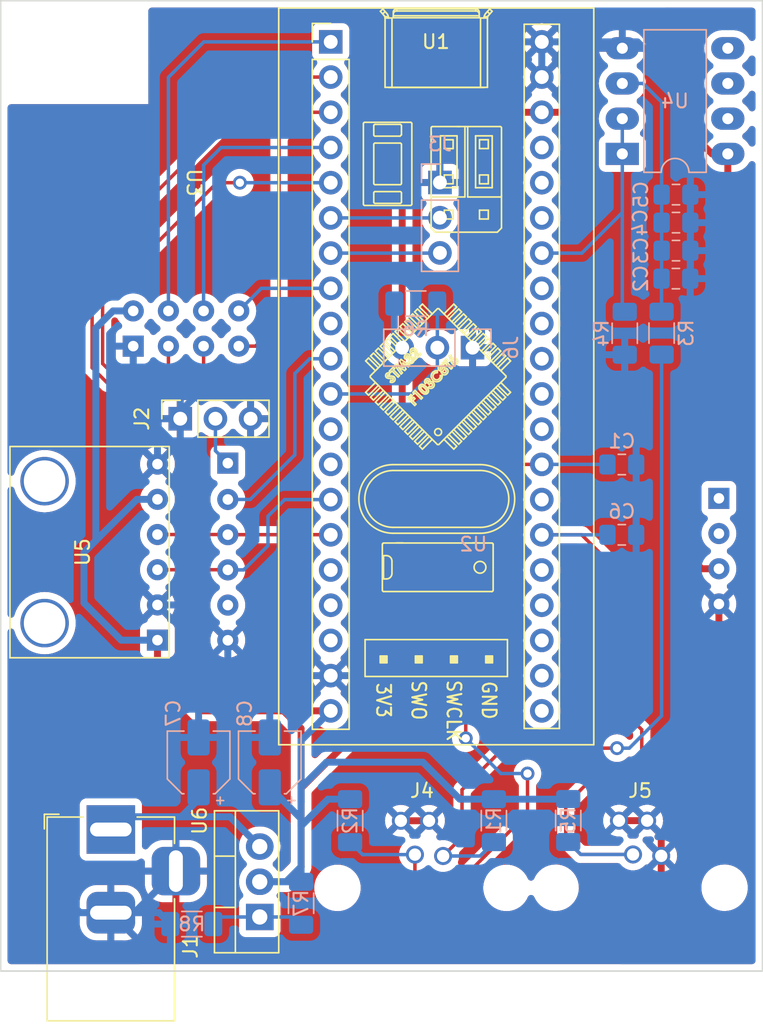
<source format=kicad_pcb>
(kicad_pcb (version 20211014) (generator pcbnew)
  (layers (0 "F.Cu" signal) (31 "B.Cu" signal) (34 "B.Paste" user) (35 "F.Paste" user) (36 "B.SilkS" user "B.Silkscreen") (37 "F.SilkS" user "F.Silkscreen") (38 "B.Mask" user) (39 "F.Mask" user) (44 "Edge.Cuts" user))
  (net 0 "")
  (net 1 "GND")
  (net 2 "Anemometer")
  (net 3 "+3V3")
  (net 4 "/32768Hz out")
  (net 5 "UART_TX")
  (net 6 "UART_RX")
  (net 7 "WindVane_raw")
  (net 8 "DS18B20")
  (net 9 "Wind_Vane")
  (net 10 "LoRa_NCSS")
  (net 11 "LoRa_SCLK")
  (net 12 "LoRa_MISO")
  (net 14 "LoRa_MOSI")
  (net 16 "LoRa_Reset")
  (net 19 "LoRa_DIO0")
  (net 21 "RTC_ALARM")
  (net 25 "I2C_CLK")
  (net 26 "Rain_Gauge")
  (net 27 "I2C_SDA")
  (net 40 "/Passive LPF")
  (net 45 "VCC")
  (net 46 "/V_adj")
  (footprint "SX1278_Module:SX1278_Minimal" (layer "F.Cu") (at 181.15 54.13 -90)
    (fp_text reference "U3" (at 0 -0.5 -90 unlocked) (layer "F.SilkS"))
    (fp_text value "SX1278_Minimal")
    (pad "1" thru_hole rect (at 11.8 3.88 270) (size 1.524 1.524) (drill 0.762) (layers *.Cu *.Mask) (net 1 "GND"))
    (pad "2" thru_hole circle (at 9.26 3.88 270) (size 1.524 1.524) (drill 0.762) (layers *.Cu *.Mask) (net 3 "+3V3"))
    (pad "3" thru_hole circle (at 11.8 1.34 270) (size 1.524 1.524) (drill 0.762) (layers *.Cu *.Mask) (net 16 "LoRa_Reset"))
    (pad "4" thru_hole circle (at 9.26 1.34 270) (size 1.524 1.524) (drill 0.762) (layers *.Cu *.Mask) (net 10 "LoRa_NCSS"))
    (pad "5" thru_hole circle (at 11.8 -1.2 270) (size 1.524 1.524) (drill 0.762) (layers *.Cu *.Mask) (net 11 "LoRa_SCLK"))
    (pad "6" thru_hole circle (at 9.26 -1.2 270) (size 1.524 1.524) (drill 0.762) (layers *.Cu *.Mask) (net 14 "LoRa_MOSI"))
    (pad "7" thru_hole circle (at 11.8 -3.74 270) (size 1.524 1.524) (drill 0.762) (layers *.Cu *.Mask) (net 12 "LoRa_MISO"))
    (pad "8" thru_hole circle (at 9.26 -3.74 270) (size 1.524 1.524) (drill 0.762) (layers *.Cu *.Mask) (net 19 "LoRa_DIO0"))
  )
  (footprint "KiCAD-STM32BluePill:YAAJ_BluePill_1" (layer "F.Cu") (at 191.53 43.98)
    (fp_text reference "U1" (at 7.59 -0.01) (layer "F.SilkS"))
    (fp_text value "YAAJ_BluePill" hide)
    (fp_text user "SWO" (at 6.35 47.498 270 unlocked) (layer "F.SilkS") (effects (font (size 1 0.9))))
    (fp_text user "SWCLK" (at 8.89 48.26 270 unlocked) (layer "F.SilkS") (effects (font (size 1 0.9))))
    (fp_text user "GND" (at 11.43 47.498 270 unlocked) (layer "F.SilkS") (effects (font (size 1 0.9))))
    (fp_text user "3V3" (at 3.81 47.498 270 unlocked) (layer "F.SilkS") (effects (font (size 1 0.9))))
    (pad "1" thru_hole rect locked (at 0 0) (size 1.7 1.7) (drill 1) (layers *.Cu *.Mask) (net 10 "LoRa_NCSS"))
    (pad "2" thru_hole circle locked (at 0 2.54) (size 1.7 1.7) (drill 1) (layers *.Cu *.Mask) (net 11 "LoRa_SCLK"))
    (pad "3" thru_hole circle locked (at 0 5.08) (size 1.7 1.7) (drill 1) (layers *.Cu *.Mask) (net 12 "LoRa_MISO"))
    (pad "4" thru_hole circle locked (at 0 7.62) (size 1.7 1.7) (drill 1) (layers *.Cu *.Mask) (net 14 "LoRa_MOSI"))
    (pad "5" thru_hole circle locked (at 0 10.16) (size 1.7 1.7) (drill 1) (layers *.Cu *.Mask) (net 16 "LoRa_Reset"))
    (pad "6" thru_hole circle locked (at 0 12.7) (size 1.7 1.7) (drill 1) (layers *.Cu *.Mask) (net 5 "UART_TX"))
    (pad "7" thru_hole circle locked (at 0 15.24) (size 1.7 1.7) (drill 1) (layers *.Cu *.Mask) (net 6 "UART_RX"))
    (pad "8" thru_hole circle locked (at 0 17.78) (size 1.7 1.7) (drill 1) (layers *.Cu *.Mask) (net 19 "LoRa_DIO0"))
    (pad "9" thru_hole circle locked (at 0 20.32) (size 1.7 1.7) (drill 1) (layers *.Cu *.Mask))
    (pad "10" thru_hole circle locked (at 0 22.86) (size 1.7 1.7) (drill 1) (layers *.Cu *.Mask) (net 21 "RTC_ALARM"))
    (pad "11" thru_hole circle locked (at 0 25.4) (size 1.7 1.7) (drill 1) (layers *.Cu *.Mask) (net 8 "DS18B20"))
    (pad "12" thru_hole circle locked (at 0 27.94) (size 1.7 1.7) (drill 1) (layers *.Cu *.Mask))
    (pad "13" thru_hole circle locked (at 0 30.48) (size 1.7 1.7) (drill 1) (layers *.Cu *.Mask))
    (pad "14" thru_hole circle locked (at 0 33.02) (size 1.7 1.7) (drill 1) (layers *.Cu *.Mask) (net 25 "I2C_CLK"))
    (pad "15" thru_hole circle locked (at 0 35.56) (size 1.7 1.7) (drill 1) (layers *.Cu *.Mask) (net 27 "I2C_SDA"))
    (pad "16" thru_hole circle locked (at 0 38.1) (size 1.7 1.7) (drill 1) (layers *.Cu *.Mask))
    (pad "17" thru_hole circle locked (at 0 40.64) (size 1.7 1.7) (drill 1) (layers *.Cu *.Mask))
    (pad "18" thru_hole circle locked (at 0 43.18) (size 1.7 1.7) (drill 1) (layers *.Cu *.Mask))
    (pad "19" thru_hole circle locked (at 0 45.72) (size 1.7 1.7) (drill 1) (layers *.Cu *.Mask) (net 1 "GND"))
    (pad "20" thru_hole circle locked (at 0 48.26) (size 1.7 1.7) (drill 1) (layers *.Cu *.Mask) (net 3 "+3V3"))
    (pad "21" thru_hole circle locked (at 15.24 48.26) (size 1.7 1.7) (drill 1) (layers *.Cu *.Mask))
    (pad "22" thru_hole circle locked (at 15.24 45.72) (size 1.7 1.7) (drill 1) (layers *.Cu *.Mask))
    (pad "23" thru_hole circle locked (at 15.24 43.18) (size 1.7 1.7) (drill 1) (layers *.Cu *.Mask))
    (pad "24" thru_hole circle locked (at 15.24 40.64) (size 1.7 1.7) (drill 1) (layers *.Cu *.Mask))
    (pad "25" thru_hole circle locked (at 15.24 38.1) (size 1.7 1.7) (drill 1) (layers *.Cu *.Mask))
    (pad "26" thru_hole circle locked (at 15.24 35.56) (size 1.7 1.7) (drill 1) (layers *.Cu *.Mask) (net 26 "Rain_Gauge"))
    (pad "27" thru_hole circle locked (at 15.24 33.02) (size 1.7 1.7) (drill 1) (layers *.Cu *.Mask))
    (pad "28" thru_hole circle locked (at 15.24 30.48) (size 1.7 1.7) (drill 1) (layers *.Cu *.Mask) (net 2 "Anemometer"))
    (pad "29" thru_hole circle locked (at 15.24 27.94) (size 1.7 1.7) (drill 1) (layers *.Cu *.Mask))
    (pad "30" thru_hole circle locked (at 15.24 25.4) (size 1.7 1.7) (drill 1) (layers *.Cu *.Mask))
    (pad "31" thru_hole circle locked (at 15.24 22.86) (size 1.7 1.7) (drill 1) (layers *.Cu *.Mask))
    (pad "32" thru_hole circle locked (at 15.24 20.32) (size 1.7 1.7) (drill 1) (layers *.Cu *.Mask))
    (pad "33" thru_hole circle locked (at 15.24 17.78) (size 1.7 1.7) (drill 1) (layers *.Cu *.Mask))
    (pad "34" thru_hole circle locked (at 15.24 15.24) (size 1.7 1.7) (drill 1) (layers *.Cu *.Mask) (net 9 "Wind_Vane"))
    (pad "35" thru_hole circle locked (at 15.24 12.7) (size 1.7 1.7) (drill 1) (layers *.Cu *.Mask))
    (pad "36" thru_hole circle locked (at 15.24 10.16) (size 1.7 1.7) (drill 1) (layers *.Cu *.Mask))
    (pad "37" thru_hole circle locked (at 15.24 7.62) (size 1.7 1.7) (drill 1) (layers *.Cu *.Mask))
    (pad "38" thru_hole circle locked (at 15.24 5.08) (size 1.7 1.7) (drill 1) (layers *.Cu *.Mask) (net 3 "+3V3"))
    (pad "39" thru_hole circle locked (at 15.24 2.54) (size 1.7 1.7) (drill 1) (layers *.Cu *.Mask) (net 1 "GND"))
    (pad "40" thru_hole circle locked (at 15.24 0) (size 1.7 1.7) (drill 1) (layers *.Cu *.Mask) (net 1 "GND"))
  )
  (footprint "BME280_Module:BME280_I2C_Small" (layer "F.Cu") (at 174.12 80.79 90)
    (fp_text reference "U5" (at 0 -0.5 90 unlocked) (layer "F.SilkS"))
    (fp_text value "BME280_I2C")
    (pad "" np_thru_hole circle (at 5.12 -3.25 90) (size 3.5 3.5) (drill 3) (layers F&B.Cu *.Mask))
    (pad "" np_thru_hole circle (at -5.12 -3.25 90) (size 3.5 3.5) (drill 3) (layers F&B.Cu *.Mask))
    (pad "1" thru_hole rect (at -6.35 4.9 180) (size 1.524 1.524) (drill 0.762) (layers *.Cu *.Mask) (net 3 "+3V3"))
    (pad "1" thru_hole circle (at 3.81 4.9 180) (size 1.524 1.524) (drill 0.762) (layers *.Cu *.Mask) (net 3 "+3V3"))
    (pad "2" thru_hole circle (at -3.81 4.9 180) (size 1.524 1.524) (drill 0.762) (layers *.Cu *.Mask) (net 1 "GND"))
    (pad "3" thru_hole circle (at -1.27 4.9 180) (size 1.524 1.524) (drill 0.762) (layers *.Cu *.Mask) (net 25 "I2C_CLK"))
    (pad "4" thru_hole circle (at 1.27 4.9 180) (size 1.524 1.524) (drill 0.762) (layers *.Cu *.Mask) (net 27 "I2C_SDA"))
    (pad "5" thru_hole circle (at 6.35 4.9 180) (size 1.524 1.524) (drill 0.762) (layers *.Cu *.Mask) (net 1 "GND"))
  )
  (footprint "RJ11-Connectors:4P4C" (layer "F.Cu") (at 198.12 104.51)
    (fp_text reference "J4" (at 0 -6.51 unlocked) (layer "F.SilkS"))
    (fp_text value "4P4C" hide)
    (pad "" np_thru_hole circle (at -6.1 0.5) (size 2.36 2.36) (drill 2.36) (layers F&B.Cu *.Mask))
    (pad "" np_thru_hole circle (at 6.1 0.5) (size 2.36 2.36) (drill 2.36) (layers F&B.Cu *.Mask))
    (pad "1" thru_hole circle (at -1.525 -4.34) (size 1.3 1.3) (drill 0.89) (layers *.Cu *.Mask) (net 1 "GND"))
    (pad "2" thru_hole circle (at 0.51 -4.34) (size 1.3 1.3) (drill 0.89) (layers *.Cu *.Mask) (net 1 "GND"))
    (pad "3" thru_hole circle (at -0.51 -1.9) (size 1.3 1.3) (drill 0.89) (layers *.Cu *.Mask) (net 2 "Anemometer"))
    (pad "4" thru_hole circle (at 1.525 -1.8) (size 1.3 1.3) (drill 0.89) (layers *.Cu *.Mask) (net 7 "WindVane_raw"))
  )
  (footprint "Connector_PinSocket_2.54mm:PinSocket_1x03_P2.54mm_Vertical" (layer "F.Cu") (at 180.665 71.165 90)
    (fp_text reference "J2" (at 0 -2.77 90) (layer "F.SilkS"))
    (fp_text value "32768 Hz")
    (pad "1" thru_hole rect (at 0 0 90) (size 1.7 1.7) (drill 1) (layers *.Cu *.Mask) (net 1 "GND"))
    (pad "2" thru_hole oval (at 0 2.54 90) (size 1.7 1.7) (drill 1) (layers *.Cu *.Mask) (net 4 "/32768Hz out"))
    (pad "3" thru_hole oval (at 0 5.08 90) (size 1.7 1.7) (drill 1) (layers *.Cu *.Mask) (net 1 "GND"))
  )
  (footprint "Connector_BarrelJack:BarrelJack_Horizontal" (layer "F.Cu") (at 175.6525 100.8 90)
    (fp_text reference "J1" (at -8.45 5.75 90) (layer "F.SilkS"))
    (fp_text value "Barrel_Jack" hide)
    (pad "1" thru_hole rect (at 0 0 90) (size 3.5 3.5) (drill oval 1 3) (layers *.Cu *.Mask) (net 45 "VCC"))
    (pad "2" thru_hole roundrect (at -6 0 90) (size 3 3.5) (drill oval 1 3) (layers *.Cu *.Mask) (net 1 "GND"))
    (pad "3" thru_hole roundrect (at -3 4.7 90) (size 3.5 3.5) (drill oval 3 1) (layers *.Cu *.Mask) (net 1 "GND"))
  )
  (footprint "Package_TO_SOT_THT:TO-220-3_Vertical" (layer "F.Cu") (at 186.405 107.11 90)
    (fp_text reference "U6" (at 6.94 -4.345 90) (layer "F.SilkS"))
    (fp_text value "LM317")
    (pad "1" thru_hole rect (at 0 0 90) (size 1.905 2) (drill 1.1) (layers *.Cu *.Mask) (net 46 "/V_adj"))
    (pad "2" thru_hole oval (at 2.54 0 90) (size 1.905 2) (drill 1.1) (layers *.Cu *.Mask) (net 3 "+3V3"))
    (pad "3" thru_hole oval (at 5.08 0 90) (size 1.905 2) (drill 1.1) (layers *.Cu *.Mask) (net 45 "VCC"))
  )
  (footprint "RJ11-Connectors:4P4C" (layer "F.Cu") (at 213.868 104.5)
    (fp_text reference "J5" (at 0.002 -6.5 unlocked) (layer "F.SilkS"))
    (fp_text value "4P4C" hide)
    (pad "" np_thru_hole circle (at -6.1 0.5) (size 2.36 2.36) (drill 2.36) (layers F&B.Cu *.Mask))
    (pad "" np_thru_hole circle (at 6.1 0.5) (size 2.36 2.36) (drill 2.36) (layers F&B.Cu *.Mask))
    (pad "1" thru_hole circle (at -1.525 -4.34) (size 1.3 1.3) (drill 0.89) (layers *.Cu *.Mask) (net 1 "GND"))
    (pad "2" thru_hole circle (at 0.51 -4.34) (size 1.3 1.3) (drill 0.89) (layers *.Cu *.Mask) (net 1 "GND"))
    (pad "3" thru_hole circle (at -0.51 -1.9) (size 1.3 1.3) (drill 0.89) (layers *.Cu *.Mask) (net 26 "Rain_Gauge"))
    (pad "4" thru_hole circle (at 1.525 -1.8) (size 1.3 1.3) (drill 0.89) (layers *.Cu *.Mask) (net 1 "GND"))
  )
  (footprint "Package_DIP:DIP-8_W7.62mm_LongPads" (layer "B.Cu") (at 212.583 52.06)
    (fp_text reference "U4" (at 3.807 -3.81) (layer "B.SilkS") (effects (justify mirror)))
    (fp_text value "MCP6002")
    (pad "1" thru_hole rect (at 0 0) (size 2.4 1.6) (drill 0.8) (layers *.Cu *.Mask) (net 9 "Wind_Vane"))
    (pad "2" thru_hole oval (at 0 -2.54) (size 2.4 1.6) (drill 0.8) (layers *.Cu *.Mask) (net 9 "Wind_Vane"))
    (pad "3" thru_hole oval (at 0 -5.08) (size 2.4 1.6) (drill 0.8) (layers *.Cu *.Mask) (net 40 "/Passive LPF"))
    (pad "4" thru_hole oval (at 0 -7.62) (size 2.4 1.6) (drill 0.8) (layers *.Cu *.Mask) (net 1 "GND"))
    (pad "5" thru_hole oval (at 7.62 -7.62) (size 2.4 1.6) (drill 0.8) (layers *.Cu *.Mask))
    (pad "6" thru_hole oval (at 7.62 -5.08) (size 2.4 1.6) (drill 0.8) (layers *.Cu *.Mask))
    (pad "7" thru_hole oval (at 7.62 -2.54) (size 2.4 1.6) (drill 0.8) (layers *.Cu *.Mask))
    (pad "8" thru_hole oval (at 7.62 0) (size 2.4 1.6) (drill 0.8) (layers *.Cu *.Mask) (net 3 "+3V3"))
  )
  (footprint "Resistor_SMD:R_1206_3216Metric_Pad1.30x1.75mm_HandSolder" (layer "B.Cu") (at 189.39 106.12 90)
    (fp_text reference "R7" (at 0 0 90) (layer "B.SilkS") (effects (justify mirror)))
    (fp_text value "240" hide)
    (pad "1" smd roundrect (at -1.55 0 90) (size 1.3 1.75) (layers "B.Cu" "B.Paste" "B.Mask") (roundrect_rratio 0.1923076923) (net 46 "/V_adj"))
    (pad "2" smd roundrect (at 1.55 0 90) (size 1.3 1.75) (layers "B.Cu" "B.Paste" "B.Mask") (roundrect_rratio 0.1923076923) (net 3 "+3V3"))
  )
  (footprint "Capacitor_SMD:C_0805_2012Metric_Pad1.18x1.45mm_HandSolder" (layer "B.Cu") (at 216.4525 61.06)
    (fp_text reference "C2" (at -2.5325 0 90) (layer "B.SilkS") (effects (justify mirror)))
    (fp_text value "10n" hide)
    (pad "1" smd roundrect (at -1.0375 0) (size 1.175 1.45) (layers "B.Cu" "B.Paste" "B.Mask") (roundrect_rratio 0.2127659574) (net 40 "/Passive LPF"))
    (pad "2" smd roundrect (at 1.0375 0) (size 1.175 1.45) (layers "B.Cu" "B.Paste" "B.Mask") (roundrect_rratio 0.2127659574) (net 1 "GND"))
  )
  (footprint "DS3231_Module:DS3231_Module_FullSize" (layer "B.Cu") (at 201.83 80.72 180)
    (fp_text reference "U2" (at 0 0.5 unlocked) (layer "B.SilkS") (effects (justify mirror)))
    (fp_text value "DS3231_Full_Pinout")
    (pad "1" thru_hole rect (at -17.73 3.81 180) (size 1.524 1.524) (drill 0.762) (layers *.Cu *.Mask))
    (pad "2" thru_hole circle (at -17.73 1.27 180) (size 1.524 1.524) (drill 0.762) (layers *.Cu *.Mask))
    (pad "3" thru_hole circle (at -17.73 -1.27 180) (size 1.524 1.524) (drill 0.762) (layers *.Cu *.Mask) (net 3 "+3V3"))
    (pad "4" thru_hole circle (at -17.73 -3.81 180) (size 1.524 1.524) (drill 0.762) (layers *.Cu *.Mask) (net 1 "GND"))
    (pad "5" thru_hole rect (at 17.73 6.35 180) (size 1.524 1.524) (drill 0.762) (layers *.Cu *.Mask) (net 4 "/32768Hz out"))
    (pad "6" thru_hole circle (at 17.73 3.73 180) (size 1.524 1.524) (drill 0.762) (layers *.Cu *.Mask) (net 21 "RTC_ALARM"))
    (pad "7" thru_hole circle (at 17.73 -1.35 180) (size 1.524 1.524) (drill 0.762) (layers *.Cu *.Mask) (net 25 "I2C_CLK"))
    (pad "8" thru_hole circle (at 17.73 1.19 180) (size 1.524 1.524) (drill 0.762) (layers *.Cu *.Mask) (net 27 "I2C_SDA"))
    (pad "9" thru_hole circle (at 17.73 -3.89 180) (size 1.524 1.524) (drill 0.762) (layers *.Cu *.Mask))
    (pad "10" thru_hole circle (at 17.73 -6.43 180) (size 1.524 1.524) (drill 0.762) (layers *.Cu *.Mask) (net 1 "GND"))
  )
  (footprint "Capacitor_SMD:CP_Elec_4x5.4" (layer "B.Cu") (at 187.13 95.96 90)
    (fp_text reference "C8" (at 3.53 -1.81 90) (layer "B.SilkS") (effects (justify mirror)))
    (fp_text value "1u" hide)
    (pad "1" smd roundrect (at -1.8 0 90) (size 2.6 1.6) (layers "B.Cu" "B.Paste" "B.Mask") (roundrect_rratio 0.15625) (net 3 "+3V3"))
    (pad "2" smd roundrect (at 1.8 0 90) (size 2.6 1.6) (layers "B.Cu" "B.Paste" "B.Mask") (roundrect_rratio 0.15625) (net 1 "GND"))
  )
  (footprint "Resistor_SMD:R_1206_3216Metric_Pad1.30x1.75mm_HandSolder" (layer "B.Cu") (at 181.5 107.62 180)
    (fp_text reference "R8" (at 0 0) (layer "B.SilkS") (effects (justify mirror)))
    (fp_text value "390" hide)
    (pad "1" smd roundrect (at -1.55 0 180) (size 1.3 1.75) (layers "B.Cu" "B.Paste" "B.Mask") (roundrect_rratio 0.1923076923) (net 46 "/V_adj"))
    (pad "2" smd roundrect (at 1.55 0 180) (size 1.3 1.75) (layers "B.Cu" "B.Paste" "B.Mask") (roundrect_rratio 0.1923076923) (net 1 "GND"))
  )
  (footprint "Resistor_SMD:R_1206_3216Metric_Pad1.30x1.75mm_HandSolder" (layer "B.Cu") (at 192.93 100.16 -90)
    (fp_text reference "R2" (at 0 0 90) (layer "B.SilkS") (effects (justify mirror)))
    (fp_text value "33k" hide)
    (pad "1" smd roundrect (at -1.55 0 270) (size 1.3 1.75) (layers "B.Cu" "B.Paste" "B.Mask") (roundrect_rratio 0.1923076923) (net 3 "+3V3"))
    (pad "2" smd roundrect (at 1.55 0 270) (size 1.3 1.75) (layers "B.Cu" "B.Paste" "B.Mask") (roundrect_rratio 0.1923076923) (net 2 "Anemometer"))
  )
  (footprint "Resistor_SMD:R_1206_3216Metric_Pad1.30x1.75mm_HandSolder" (layer "B.Cu") (at 212.76 65 90)
    (fp_text reference "R4" (at 0 -1.68 90) (layer "B.SilkS") (effects (justify mirror)))
    (fp_text value "3.3k" hide)
    (pad "1" smd roundrect (at -1.55 0 90) (size 1.3 1.75) (layers "B.Cu" "B.Paste" "B.Mask") (roundrect_rratio 0.1923076923) (net 1 "GND"))
    (pad "2" smd roundrect (at 1.55 0 90) (size 1.3 1.75) (layers "B.Cu" "B.Paste" "B.Mask") (roundrect_rratio 0.1923076923) (net 9 "Wind_Vane"))
  )
  (footprint "Connector_PinSocket_2.54mm:PinSocket_1x03_P2.54mm_Vertical" (layer "B.Cu") (at 201.77 66.04 90)
    (fp_text reference "J6" (at 0 2.77 90) (layer "B.SilkS") (effects (justify mirror)))
    (fp_text value "DS18B20")
    (pad "1" thru_hole rect (at 0 0 90) (size 1.7 1.7) (drill 1) (layers *.Cu *.Mask) (net 1 "GND"))
    (pad "2" thru_hole oval (at 0 -2.54 90) (size 1.7 1.7) (drill 1) (layers *.Cu *.Mask) (net 8 "DS18B20"))
    (pad "3" thru_hole oval (at 0 -5.08 90) (size 1.7 1.7) (drill 1) (layers *.Cu *.Mask) (net 3 "+3V3"))
  )
  (footprint "Capacitor_SMD:C_0805_2012Metric_Pad1.18x1.45mm_HandSolder" (layer "B.Cu") (at 216.46 59.04)
    (fp_text reference "C3" (at -2.53 0 90) (layer "B.SilkS") (effects (justify mirror)))
    (fp_text value "4.7n" hide)
    (pad "1" smd roundrect (at -1.0375 0) (size 1.175 1.45) (layers "B.Cu" "B.Paste" "B.Mask") (roundrect_rratio 0.2127659574) (net 40 "/Passive LPF"))
    (pad "2" smd roundrect (at 1.0375 0) (size 1.175 1.45) (layers "B.Cu" "B.Paste" "B.Mask") (roundrect_rratio 0.2127659574) (net 1 "GND"))
  )
  (footprint "Resistor_SMD:R_1206_3216Metric_Pad1.30x1.75mm_HandSolder" (layer "B.Cu") (at 215.42 64.99 90)
    (fp_text reference "R3" (at 0 1.78 90) (layer "B.SilkS") (effects (justify mirror)))
    (fp_text value "680" hide)
    (pad "1" smd roundrect (at -1.55 0 90) (size 1.3 1.75) (layers "B.Cu" "B.Paste" "B.Mask") (roundrect_rratio 0.1923076923) (net 7 "WindVane_raw"))
    (pad "2" smd roundrect (at 1.55 0 90) (size 1.3 1.75) (layers "B.Cu" "B.Paste" "B.Mask") (roundrect_rratio 0.1923076923) (net 40 "/Passive LPF"))
  )
  (footprint "Capacitor_SMD:C_0805_2012Metric_Pad1.18x1.45mm_HandSolder" (layer "B.Cu") (at 216.46 57.02)
    (fp_text reference "C4" (at -2.58 0 90) (layer "B.SilkS") (effects (justify mirror)))
    (fp_text value "3.3n" hide)
    (pad "1" smd roundrect (at -1.0375 0) (size 1.175 1.45) (layers "B.Cu" "B.Paste" "B.Mask") (roundrect_rratio 0.2127659574) (net 40 "/Passive LPF"))
    (pad "2" smd roundrect (at 1.0375 0) (size 1.175 1.45) (layers "B.Cu" "B.Paste" "B.Mask") (roundrect_rratio 0.2127659574) (net 1 "GND"))
  )
  (footprint "Capacitor_SMD:CP_Elec_4x5.4" (layer "B.Cu") (at 181.99 95.96 90)
    (fp_text reference "C7" (at 3.55 -1.83 90) (layer "B.SilkS") (effects (justify mirror)))
    (fp_text value "0.1u" hide)
    (pad "1" smd roundrect (at -1.8 0 90) (size 2.6 1.6) (layers "B.Cu" "B.Paste" "B.Mask") (roundrect_rratio 0.15625) (net 45 "VCC"))
    (pad "2" smd roundrect (at 1.8 0 90) (size 2.6 1.6) (layers "B.Cu" "B.Paste" "B.Mask") (roundrect_rratio 0.15625) (net 1 "GND"))
  )
  (footprint "Capacitor_SMD:C_0805_2012Metric_Pad1.18x1.45mm_HandSolder" (layer "B.Cu") (at 212.55 74.47 180)
    (fp_text reference "C1" (at 0 1.68) (layer "B.SilkS") (effects (justify mirror)))
    (fp_text value "68n" hide)
    (pad "1" smd roundrect (at -1.0375 0 180) (size 1.175 1.45) (layers "B.Cu" "B.Paste" "B.Mask") (roundrect_rratio 0.2127659574) (net 1 "GND"))
    (pad "2" smd roundrect (at 1.0375 0 180) (size 1.175 1.45) (layers "B.Cu" "B.Paste" "B.Mask") (roundrect_rratio 0.2127659574) (net 2 "Anemometer"))
  )
  (footprint "Resistor_SMD:R_1206_3216Metric_Pad1.30x1.75mm_HandSolder" (layer "B.Cu") (at 197.67 62.86)
    (fp_text reference "R6" (at 0 1.82) (layer "B.SilkS") (effects (justify mirror)))
    (fp_text value "4.7k" hide)
    (pad "1" smd roundrect (at -1.55 0) (size 1.3 1.75) (layers "B.Cu" "B.Paste" "B.Mask") (roundrect_rratio 0.1923076923) (net 3 "+3V3"))
    (pad "2" smd roundrect (at 1.55 0) (size 1.3 1.75) (layers "B.Cu" "B.Paste" "B.Mask") (roundrect_rratio 0.1923076923) (net 8 "DS18B20"))
  )
  (footprint "Capacitor_SMD:C_0805_2012Metric_Pad1.18x1.45mm_HandSolder" (layer "B.Cu") (at 212.5475 79.54 180)
    (fp_text reference "C6" (at 0 1.68) (layer "B.SilkS") (effects (justify mirror)))
    (fp_text value "68n" hide)
    (pad "1" smd roundrect (at -1.0375 0 180) (size 1.175 1.45) (layers "B.Cu" "B.Paste" "B.Mask") (roundrect_rratio 0.2127659574) (net 1 "GND"))
    (pad "2" smd roundrect (at 1.0375 0 180) (size 1.175 1.45) (layers "B.Cu" "B.Paste" "B.Mask") (roundrect_rratio 0.2127659574) (net 26 "Rain_Gauge"))
  )
  (footprint "Resistor_SMD:R_1206_3216Metric_Pad1.30x1.75mm_HandSolder" (layer "B.Cu") (at 203.31 100.16 -90)
    (fp_text reference "R1" (at 0 0 90) (layer "B.SilkS") (effects (justify mirror)))
    (fp_text value "3k" hide)
    (pad "1" smd roundrect (at -1.55 0 270) (size 1.3 1.75) (layers "B.Cu" "B.Paste" "B.Mask") (roundrect_rratio 0.1923076923) (net 3 "+3V3"))
    (pad "2" smd roundrect (at 1.55 0 270) (size 1.3 1.75) (layers "B.Cu" "B.Paste" "B.Mask") (roundrect_rratio 0.1923076923) (net 7 "WindVane_raw"))
  )
  (footprint "Capacitor_SMD:C_0805_2012Metric_Pad1.18x1.45mm_HandSolder" (layer "B.Cu") (at 216.46 55)
    (fp_text reference "C5" (at -2.53 0 90) (layer "B.SilkS") (effects (justify mirror)))
    (fp_text value "2.2n" hide)
    (pad "1" smd roundrect (at -1.0375 0) (size 1.175 1.45) (layers "B.Cu" "B.Paste" "B.Mask") (roundrect_rratio 0.2127659574) (net 40 "/Passive LPF"))
    (pad "2" smd roundrect (at 1.0375 0) (size 1.175 1.45) (layers "B.Cu" "B.Paste" "B.Mask") (roundrect_rratio 0.2127659574) (net 1 "GND"))
  )
  (footprint "Connector_PinSocket_2.54mm:PinSocket_1x03_P2.54mm_Vertical" (layer "B.Cu") (at 199.415 54.125 180)
    (fp_text reference "J3" (at 0 2.77) (layer "B.SilkS") (effects (justify mirror)))
    (fp_text value "UART")
    (pad "1" thru_hole rect (at 0 0 180) (size 1.7 1.7) (drill 1) (layers *.Cu *.Mask) (net 1 "GND"))
    (pad "2" thru_hole oval (at 0 -2.54 180) (size 1.7 1.7) (drill 1) (layers *.Cu *.Mask) (net 5 "UART_TX"))
    (pad "3" thru_hole oval (at 0 -5.08 180) (size 1.7 1.7) (drill 1) (layers *.Cu *.Mask) (net 6 "UART_RX"))
  )
  (footprint "Resistor_SMD:R_1206_3216Metric_Pad1.30x1.75mm_HandSolder" (layer "B.Cu") (at 208.68 100.15 -90)
    (fp_text reference "R5" (at 0 0 90) (layer "B.SilkS") (effects (justify mirror)))
    (fp_text value "33k" hide)
    (pad "1" smd roundrect (at -1.55 0 270) (size 1.3 1.75) (layers "B.Cu" "B.Paste" "B.Mask") (roundrect_rratio 0.1923076923) (net 3 "+3V3"))
    (pad "2" smd roundrect (at 1.55 0 270) (size 1.3 1.75) (layers "B.Cu" "B.Paste" "B.Mask") (roundrect_rratio 0.1923076923) (net 26 "Rain_Gauge"))
  )
  (gr_rect (start 167.7 41.01) (end 222.7 111.01) (layer "Edge.Cuts") (width 0.1) (fill none))
  (segment (start 195.3 108.01) (end 197.03 109.74) (width 0.5) (layer "F.Cu") (net 1))
  (segment (start 215.393 101.175) (end 214.378 100.16) (width 0.5) (layer "F.Cu") (net 1))
  (segment (start 198.63 100.17) (end 196.595 100.17) (width 0.5) (layer "F.Cu") (net 1))
  (segment (start 175.6525 106.8) (end 178.5925 109.74) (width 0.5) (layer "F.Cu") (net 1))
  (segment (start 215.395 105.965) (end 219.56 101.8) (width 0.5) (layer "F.Cu") (net 1))
  (segment (start 197.03 109.74) (end 211.62 109.74) (width 0.5) (layer "F.Cu") (net 1))
  (segment (start 178.5925 109.74) (end 197.03 109.74) (width 0.5) (layer "F.Cu") (net 1))
  (segment (start 195.3 101.465) (end 195.3 108.01) (width 0.5) (layer "F.Cu") (net 1))
  (segment (start 215.393 102.7) (end 215.393 105.963) (width 0.5) (layer "F.Cu") (net 1))
  (segment (start 196.595 100.17) (end 195.3 101.465) (width 0.5) (layer "F.Cu") (net 1))
  (segment (start 211.62 109.74) (end 215.395 105.965) (width 0.5) (layer "F.Cu") (net 1))
  (segment (start 215.393 105.963) (end 215.395 105.965) (width 0.5) (layer "F.Cu") (net 1))
  (segment (start 219.56 101.8) (end 219.56 84.53) (width 0.5) (layer "F.Cu") (net 1))
  (segment (start 212.343 100.16) (end 214.378 100.16) (width 0.5) (layer "F.Cu") (net 1))
  (segment (start 215.393 102.7) (end 215.393 101.175) (width 0.5) (layer "F.Cu") (net 1))
  (segment (start 212.76 69.88) (end 212.76 66.55) (width 0.5) (layer "B.Cu") (net 1))
  (segment (start 178.42 71.16) (end 177.27 70.01) (width 0.5) (layer "B.Cu") (net 1))
  (segment (start 209.56 95.1) (end 204.49 95.1) (width 0.5) (layer "B.Cu") (net 1))
  (segment (start 204.13 43.98) (end 202.42 45.69) (width 0.5) (layer "B.Cu") (net 1))
  (segment (start 177.27 70.01) (end 177.27 65.93) (width 0.5) (layer "B.Cu") (net 1))
  (segment (start 179.02 71.76) (end 178.865 71.605) (width 0.5) (layer "B.Cu") (net 1))
  (segment (start 181.99 94.16) (end 187.13 94.16) (width 0.5) (layer "B.Cu") (net 1))
  (segment (start 213.5875 70.7075) (end 212.76 69.88) (width 0.5) (layer "B.Cu") (net 1))
  (segment (start 206.77 43.98) (end 206.77 46.52) (width 0.5) (layer "B.Cu") (net 1))
  (segment (start 192 109.74) (end 195.0075 109.74) (width 0.5) (layer "B.Cu") (net 1))
  (segment (start 214.14 44.44) (end 213.68 43.98) (width 0.5) (layer "B.Cu") (net 1))
  (segment (start 175.6525 106.8) (end 179.13 106.8) (width 0.5) (layer "B.Cu") (net 1))
  (segment (start 202.42 65.39) (end 201.77 66.04) (width 0.5) (layer "B.Cu") (net 1))
  (segment (start 213.5875 91.0725) (end 209.56 95.1) (width 0.5) (layer "B.Cu") (net 1))
  (segment (start 178.425 71.165) (end 180.665 71.165) (width 0.5) (layer "B.Cu") (net 1))
  (segment (start 181.56 88.19) (end 180.05 89.7) (width 0.5) (layer "B.Cu") (net 1))
  (segment (start 184.1 87.15) (end 184.1 88.62) (width 0.5) (layer "B.Cu") (net 1))
  (segment (start 217.49 103.86) (end 211.61 109.74) (width 0.5) (layer "B.Cu") (net 1))
  (segment (start 173.44 106.8) (end 175.6525 106.8) (width 0.5) (layer "B.Cu") (net 1))
  (segment (start 214.14 44.44) (end 212.583 44.44) (width 0.5) (layer "B.Cu") (net 1))
  (segment (start 217.49 61.06) (end 217.49 103.86) (width 0.5) (layer "B.Cu") (net 1))
  (segment (start 217.4975 59.04) (end 217.4975 61.0525) (width 0.5) (layer "B.Cu") (net 1))
  (segment (start 181.56 83.47) (end 181.56 88.19) (width 0.5) (layer "B.Cu") (net 1))
  (segment (start 182.53 68.78) (end 180.665 70.645) (width 0.5) (layer "B.Cu") (net 1))
  (segment (start 171.21 97.3) (end 171.21 104.57) (width 0.5) (layer "B.Cu") (net 1))
  (segment (start 178.865 71.605) (end 178.42 71.16) (width 0.5) (layer "B.Cu") (net 1))
  (segment (start 191.53 89.7) (end 183.02 89.7) (width 0.5) (layer "B.Cu") (net 1))
  (segment (start 213.5875 74.47) (end 213.5875 70.7075) (width 0.5) (layer "B.Cu") (net 1))
  (segment (start 217.4975 61.0525) (end 217.49 61.06) (width 0.5) (layer "B.Cu") (net 1))
  (segment (start 199.415 48.695) (end 199.415 54.125) (width 0.5) (layer "B.Cu") (net 1))
  (segment (start 179.02 74.44) (end 179.02 71.76) (width 0.5) (layer "B.Cu") (net 1))
  (segment (start 199.09 89.7) (end 191.53 89.7) (width 0.5) (layer "B.Cu") (net 1))
  (segment (start 217.4975 55) (end 217.4975 47.7975) (width 0.5) (layer "B.Cu") (net 1))
  (segment (start 213.68 43.98) (end 206.77 43.98) (width 0.5) (layer "B.Cu") (net 1))
  (segment (start 179.13 106.8) (end 179.95 107.62) (width 0.5) (layer "B.Cu") (net 1))
  (segment (start 179.02 84.6) (end 180.43 84.6) (width 0.5) (layer "B.Cu") (net 1))
  (segment (start 172.665 95.845) (end 171.21 97.3) (width 0.5) (layer "B.Cu") (net 1))
  (segment (start 180.43 84.6) (end 181.56 83.47) (width 0.5) (layer "B.Cu") (net 1))
  (segment (start 178.81 89.7) (end 172.665 95.845) (width 0.5) (layer "B.Cu") (net 1))
  (segment (start 185.745 69.545) (end 184.98 68.78) (width 0.5) (layer "B.Cu") (net 1))
  (segment (start 178.5925 109.74) (end 175.6525 106.8) (width 0.5) (layer "B.Cu") (net 1))
  (segment (start 184.98 68.78) (end 182.53 68.78) (width 0.5) (layer "B.Cu") (net 1))
  (segment (start 171.21 104.57) (end 173.44 106.8) (width 0.5) (layer "B.Cu") (net 1))
  (segment (start 180.05 89.7) (end 178.81 89.7) (width 0.5) (layer "B.Cu") (net 1))
  (segment (start 217.4975 55) (end 217.4975 57.02) (width 0.5) (layer "B.Cu") (net 1))
  (segment (start 213.585 79.54) (end 213.585 74.4725) (width 0.5) (layer "B.Cu") (net 1))
  (segment (start 204.49 95.1) (end 199.09 89.7) (width 0.5) (layer "B.Cu") (net 1))
  (segment (start 181.99 94.16) (end 174.35 94.16) (width 0.5) (layer "B.Cu") (net 1))
  (segment (start 202.42 45.69) (end 199.415 48.695) (width 0.5) (layer "B.Cu") (net 1))
  (segment (start 213.5875 91.0725) (end 213.5875 79.5425) (width 0.5) (layer "B.Cu") (net 1))
  (segment (start 202.42 45.69) (end 202.42 65.39) (width 0.5) (layer "B.Cu") (net 1))
  (segment (start 192 109.74) (end 178.5925 109.74) (width 0.5) (layer "B.Cu") (net 1))
  (segment (start 175.6525 106.8) (end 177.3525 106.8) (width 0.5) (layer "B.Cu") (net 1))
  (segment (start 211.61 109.74) (end 192 109.74) (width 0.5) (layer "B.Cu") (net 1))
  (segment (start 217.4975 57.02) (end 217.4975 59.04) (width 0.5) (layer "B.Cu") (net 1))
  (segment (start 174.35 94.16) (end 172.665 95.845) (width 0.5) (layer "B.Cu") (net 1))
  (segment (start 181.56 78.03) (end 181.56 74.3) (width 0.5) (layer "B.Cu") (net 1))
  (segment (start 183.02 89.7) (end 180.53 89.7) (width 0.5) (layer "B.Cu") (net 1))
  (segment (start 213.5875 79.5425) (end 213.585 79.54) (width 0.5) (layer "B.Cu") (net 1))
  (segment (start 213.585 74.4725) (end 213.5875 74.47) (width 0.5) (layer "B.Cu") (net 1))
  (segment (start 217.4975 47.7975) (end 214.14 44.44) (width 0.5) (layer "B.Cu") (net 1))
  (segment (start 206.77 43.98) (end 204.13 43.98) (width 0.5) (layer "B.Cu") (net 1))
  (segment (start 185.745 71.165) (end 185.745 69.545) (width 0.5) (layer "B.Cu") (net 1))
  (segment (start 178.42 71.16) (end 178.425 71.165) (width 0.5) (layer "B.Cu") (net 1))
  (segment (start 181.56 78.03) (end 181.56 83.47) (width 0.5) (layer "B.Cu") (net 1))
  (segment (start 181.56 74.3) (end 178.865 71.605) (width 0.5) (layer "B.Cu") (net 1))
  (segment (start 177.3525 106.8) (end 180.3525 103.8) (width 0.5) (layer "B.Cu") (net 1))
  (segment (start 180.665 70.645) (end 180.665 71.165) (width 0.5) (layer "B.Cu") (net 1))
  (segment (start 184.1 88.62) (end 183.02 89.7) (width 0.5) (layer "B.Cu") (net 1))
  (segment (start 180.53 89.7) (end 180.05 89.7) (width 0.5) (layer "B.Cu") (net 1))
  (segment (start 198.72 104.99) (end 200.39 104.99) (width 0.25) (layer "F.Cu") (net 2))
  (segment (start 202.7 102.68) (end 205.74 99.64) (width 0.25) (layer "F.Cu") (net 2))
  (segment (start 205.74 99.64) (end 205.74 96.76) (width 0.25) (layer "F.Cu") (net 2))
  (segment (start 197.61 102.61) (end 197.61 103.88) (width 0.25) (layer "F.Cu") (net 2))
  (segment (start 202.91 74.46) (end 206.77 74.46) (width 0.25) (layer "F.Cu") (net 2))
  (segment (start 197.61 103.88) (end 198.72 104.99) (width 0.25) (layer "F.Cu") (net 2))
  (segment (start 201.28 94.22) (end 201.28 76.09) (width 0.25) (layer "F.Cu") (net 2))
  (segment (start 201.28 76.09) (end 202.91 74.46) (width 0.25) (layer "F.Cu") (net 2))
  (segment (start 200.39 104.99) (end 202.7 102.68) (width 0.25) (layer "F.Cu") (net 2))
  (via (at 205.74 96.76) (size 1) (drill 0.6) (layers "F.Cu" "B.Cu") (net 2))
  (via (at 201.28 94.22) (size 1) (drill 0.6) (layers "F.Cu" "B.Cu") (net 2))
  (segment (start 205.74 96.76) (end 203.82 96.76) (width 0.25) (layer "B.Cu") (net 2))
  (segment (start 193.83 102.61) (end 197.61 102.61) (width 0.25) (layer "B.Cu") (net 2))
  (segment (start 211.5025 74.46) (end 206.77 74.46) (width 0.25) (layer "B.Cu") (net 2))
  (segment (start 192.93 101.71) (end 193.83 102.61) (width 0.25) (layer "B.Cu") (net 2))
  (segment (start 211.5125 74.47) (end 211.5025 74.46) (width 0.25) (layer "B.Cu") (net 2))
  (segment (start 203.82 96.76) (end 201.28 94.22) (width 0.25) (layer "B.Cu") (net 2))
  (segment (start 196.69 90.52) (end 189.39 97.82) (width 0.5) (layer "F.Cu") (net 3))
  (segment (start 179.02 87.14) (end 179.02 89.29) (width 0.5) (layer "F.Cu") (net 3))
  (segment (start 188.32 104.57) (end 189.39 103.5) (width 0.5) (layer "F.Cu") (net 3))
  (segment (start 218.31 81.99) (end 217 80.68) (width 0.5) (layer "F.Cu") (net 3))
  (segment (start 206.77 49.06) (end 199.75 49.06) (width 0.5) (layer "F.Cu") (net 3))
  (segment (start 211.04 42.22) (end 214.77 42.22) (width 0.5) (layer "F.Cu") (net 3))
  (segment (start 186.405 104.57) (end 188.32 104.57) (width 0.5) (layer "F.Cu") (net 3))
  (segment (start 217.48 44.93) (end 217.48 50.48) (width 0.5) (layer "F.Cu") (net 3))
  (segment (start 219.56 81.99) (end 218.31 81.99) (width 0.5) (layer "F.Cu") (net 3))
  (segment (start 209.42 47.7) (end 209.42 43.84) (width 0.5) (layer "F.Cu") (net 3))
  (segment (start 188.12 92.24) (end 191.53 92.24) (width 0.5) (layer "F.Cu") (net 3))
  (segment (start 208.06 49.06) (end 209.42 47.7) (width 0.5) (layer "F.Cu") (net 3))
  (segment (start 196.69 66.04) (end 196.69 90.52) (width 0.5) (layer "F.Cu") (net 3))
  (segment (start 189.39 103.5) (end 189.39 97.82) (width 0.5) (layer "F.Cu") (net 3))
  (segment (start 199.75 49.06) (end 196.69 52.12) (width 0.5) (layer "F.Cu") (net 3))
  (segment (start 217 80.68) (end 217 75.76) (width 0.5) (layer "F.Cu") (net 3))
  (segment (start 220.203 72.557) (end 220.203 52.06) (width 0.5) (layer "F.Cu") (net 3))
  (segment (start 219.06 52.06) (end 220.203 52.06) (width 0.5) (layer "F.Cu") (net 3))
  (segment (start 214.77 42.22) (end 217.48 44.93) (width 0.5) (layer "F.Cu") (net 3))
  (segment (start 189.39 97.82) (end 189.39 93.51) (width 0.5) (layer "F.Cu") (net 3))
  (segment (start 181.97 92.24) (end 188.12 92.24) (width 0.5) (layer "F.Cu") (net 3))
  (segment (start 209.42 43.84) (end 211.04 42.22) (width 0.5) (layer "F.Cu") (net 3))
  (segment (start 217.48 50.48) (end 219.06 52.06) (width 0.5) (layer "F.Cu") (net 3))
  (segment (start 196.69 52.12) (end 196.69 66.04) (width 0.5) (layer "F.Cu") (net 3))
  (segment (start 189.39 93.51) (end 188.12 92.24) (width 0.5) (layer "F.Cu") (net 3))
  (segment (start 206.77 49.06) (end 208.06 49.06) (width 0.5) (layer "F.Cu") (net 3))
  (segment (start 179.02 89.29) (end 181.97 92.24) (width 0.5) (layer "F.Cu") (net 3))
  (segment (start 217 75.76) (end 220.203 72.557) (width 0.5) (layer "F.Cu") (net 3))
  (segment (start 200.85 98.61) (end 203.31 98.61) (width 0.5) (layer "B.Cu") (net 3))
  (segment (start 188.3 104.57) (end 189.39 103.48) (width 0.5) (layer "B.Cu") (net 3))
  (segment (start 189.39 103.48) (end 189.39 100.55) (width 0.5) (layer "B.Cu") (net 3))
  (segment (start 179.02 87.14) (end 176.4 87.14) (width 0.5) (layer "B.Cu") (net 3))
  (segment (start 196.12 65.47) (end 196.69 66.04) (width 0.5) (layer "B.Cu") (net 3))
  (segment (start 173.71 80.81) (end 177.54 76.98) (width 0.5) (layer "B.Cu") (net 3))
  (segment (start 174.57 79.95) (end 174.57 64.63) (width 0.5) (layer "B.Cu") (net 3))
  (segment (start 175.81 63.39) (end 177.27 63.39) (width 0.5) (layer "B.Cu") (net 3))
  (segment (start 189.39 100.02) (end 189.39 100.55) (width 0.5) (layer "B.Cu") (net 3))
  (segment (start 191.22 95.94) (end 198.18 95.94) (width 0.5) (layer "B.Cu") (net 3))
  (segment (start 189.39 98.81) (end 189.39 94.38) (width 0.5) (layer "B.Cu") (net 3))
  (segment (start 174.57 64.63) (end 175.81 63.39) (width 0.5) (layer "B.Cu") (net 3))
  (segment (start 173.71 84.45) (end 173.71 80.81) (width 0.5) (layer "B.Cu") (net 3))
  (segment (start 189.39 97.77) (end 191.22 95.94) (width 0.5) (layer "B.Cu") (net 3))
  (segment (start 203.31 98.61) (end 208.67 98.61) (width 0.5) (layer "B.Cu") (net 3))
  (segment (start 189.39 100.55) (end 189.39 98.81) (width 0.5) (layer "B.Cu") (net 3))
  (segment (start 196.12 62.86) (end 196.12 65.47) (width 0.5) (layer "B.Cu") (net 3))
  (segment (start 189.39 104.57) (end 186.405 104.57) (width 0.5) (layer "B.Cu") (net 3))
  (segment (start 198.18 95.94) (end 200.85 98.61) (width 0.5) (layer "B.Cu") (net 3))
  (segment (start 173.71 80.81) (end 174.57 79.95) (width 0.5) (layer "B.Cu") (net 3))
  (segment (start 191.33 98.61) (end 192.93 98.61) (width 0.5) (layer "B.Cu") (net 3))
  (segment (start 189.39 100.55) (end 191.33 98.61) (width 0.5) (layer "B.Cu") (net 3))
  (segment (start 189.39 104.57) (end 189.39 103.48) (width 0.5) (layer "B.Cu") (net 3))
  (segment (start 186.405 104.57) (end 188.3 104.57) (width 0.5) (layer "B.Cu") (net 3))
  (segment (start 187.13 97.76) (end 189.39 100.02) (width 0.5) (layer "B.Cu") (net 3))
  (segment (start 177.54 76.98) (end 179.02 76.98) (width 0.5) (layer "B.Cu") (net 3))
  (segment (start 189.39 98.81) (end 189.39 97.77) (width 0.5) (layer "B.Cu") (net 3))
  (segment (start 176.4 87.14) (end 173.71 84.45) (width 0.5) (layer "B.Cu") (net 3))
  (segment (start 208.67 98.61) (end 208.68 98.6) (width 0.5) (layer "B.Cu") (net 3))
  (segment (start 189.39 94.38) (end 191.53 92.24) (width 0.5) (layer "B.Cu") (net 3))
  (segment (start 183.205 73.475) (end 184.1 74.37) (width 0.25) (layer "B.Cu") (net 4))
  (segment (start 183.205 71.165) (end 183.205 73.475) (width 0.25) (layer "B.Cu") (net 4))
  (segment (start 191.53 56.68) (end 199.4 56.68) (width 0.25) (layer "B.Cu") (net 5))
  (segment (start 199.4 56.68) (end 199.415 56.665) (width 0.25) (layer "B.Cu") (net 5))
  (segment (start 191.53 59.22) (end 199.4 59.22) (width 0.25) (layer "B.Cu") (net 6))
  (segment (start 199.4 59.22) (end 199.415 59.205) (width 0.25) (layer "B.Cu") (net 6))
  (segment (start 201.01 101.345) (end 199.645 102.71) (width 0.25) (layer "F.Cu") (net 7))
  (segment (start 201.01 97.93) (end 201.01 101.345) (width 0.25) (layer "F.Cu") (net 7))
  (segment (start 204.01 94.93) (end 201.01 97.93) (width 0.25) (layer "F.Cu") (net 7))
  (segment (start 212.2 94.93) (end 204.01 94.93) (width 0.25) (layer "F.Cu") (net 7))
  (via (at 212.2 94.93) (size 1) (drill 0.6) (layers "F.Cu" "B.Cu") (net 7))
  (segment (start 215.42 92.6) (end 215.42 66.54) (width 0.25) (layer "B.Cu") (net 7))
  (segment (start 202.31 102.71) (end 203.31 101.71) (width 0.25) (layer "B.Cu") (net 7))
  (segment (start 212.2 94.93) (end 213.09 94.93) (width 0.25) (layer "B.Cu") (net 7))
  (segment (start 199.645 102.71) (end 202.31 102.71) (width 0.25) (layer "B.Cu") (net 7))
  (segment (start 213.09 94.93) (end 215.42 92.6) (width 0.25) (layer "B.Cu") (net 7))
  (segment (start 197.37 69.38) (end 199.23 67.52) (width 0.25) (layer "B.Cu") (net 8))
  (segment (start 199.23 62.87) (end 199.23 66.04) (width 0.25) (layer "B.Cu") (net 8))
  (segment (start 191.53 69.38) (end 197.37 69.38) (width 0.25) (layer "B.Cu") (net 8))
  (segment (start 199.23 67.52) (end 199.23 66.04) (width 0.25) (layer "B.Cu") (net 8))
  (segment (start 199.22 62.86) (end 199.23 62.87) (width 0.25) (layer "B.Cu") (net 8))
  (segment (start 212.583 56.297) (end 212.583 63.273) (width 0.25) (layer "B.Cu") (net 9))
  (segment (start 212.583 52.06) (end 212.583 49.52) (width 0.25) (layer "B.Cu") (net 9))
  (segment (start 206.77 59.22) (end 209.66 59.22) (width 0.25) (layer "B.Cu") (net 9))
  (segment (start 212.583 56.297) (end 212.583 52.06) (width 0.25) (layer "B.Cu") (net 9))
  (segment (start 209.66 59.22) (end 212.583 56.297) (width 0.25) (layer "B.Cu") (net 9))
  (segment (start 212.583 63.273) (end 212.76 63.45) (width 0.25) (layer "B.Cu") (net 9))
  (segment (start 179.81 46.54) (end 182.37 43.98) (width 0.25) (layer "B.Cu") (net 10))
  (segment (start 179.81 63.39) (end 179.81 46.54) (width 0.25) (layer "B.Cu") (net 10))
  (segment (start 182.37 43.98) (end 191.53 43.98) (width 0.25) (layer "B.Cu") (net 10))
  (segment (start 181.45048 68.61952) (end 175.429539 68.61952) (width 0.25) (layer "F.Cu") (net 11))
  (segment (start 174.3 67.489982) (end 174.3 59.45) (width 0.25) (layer "F.Cu") (net 11))
  (segment (start 187.23 46.52) (end 191.53 46.52) (width 0.25) (layer "F.Cu") (net 11))
  (segment (start 182.35 65.93) (end 182.35 67.72) (width 0.25) (layer "F.Cu") (net 11))
  (segment (start 175.429539 68.61952) (end 174.3 67.489982) (width 0.25) (layer "F.Cu") (net 11))
  (segment (start 174.3 59.45) (end 187.23 46.52) (width 0.25) (layer "F.Cu") (net 11))
  (segment (start 182.35 67.72) (end 181.45048 68.61952) (width 0.25) (layer "F.Cu") (net 11))
  (segment (start 189.53 49.06) (end 187.8 50.79) (width 0.25) (layer "F.Cu") (net 12))
  (segment (start 191.53 49.06) (end 189.53 49.06) (width 0.25) (layer "F.Cu") (net 12))
  (segment (start 187.8 64.23) (end 186.1 65.93) (width 0.25) (layer "F.Cu") (net 12))
  (segment (start 184.89 65.93) (end 184.89 66.57) (width 0.25) (layer "F.Cu") (net 12))
  (segment (start 187.8 50.79) (end 187.8 64.23) (width 0.25) (layer "F.Cu") (net 12))
  (segment (start 186.1 65.93) (end 184.89 65.93) (width 0.25) (layer "F.Cu") (net 12))
  (segment (start 182.35 63.39) (end 182.35 52.87) (width 0.25) (layer "B.Cu") (net 14))
  (segment (start 182.35 52.87) (end 183.62 51.6) (width 0.25) (layer "B.Cu") (net 14))
  (segment (start 183.62 51.6) (end 191.53 51.6) (width 0.25) (layer "B.Cu") (net 14))
  (segment (start 179.25 67.87) (end 175.74 67.87) (width 0.25) (layer "F.Cu") (net 16))
  (segment (start 183.32 54.14) (end 184.97 54.14) (width 0.25) (layer "F.Cu") (net 16))
  (segment (start 179.81 67.31) (end 179.25 67.87) (width 0.25) (layer "F.Cu") (net 16))
  (segment (start 175.74 67.87) (end 175.06 67.19) (width 0.25) (layer "F.Cu") (net 16))
  (segment (start 179.81 65.93) (end 179.81 67.31) (width 0.25) (layer "F.Cu") (net 16))
  (segment (start 175.06 62.4) (end 183.32 54.14) (width 0.25) (layer "F.Cu") (net 16))
  (segment (start 175.06 67.19) (end 175.06 62.4) (width 0.25) (layer "F.Cu") (net 16))
  (via (at 184.97 54.14) (size 1) (drill 0.6) (layers "F.Cu" "B.Cu") (net 16))
  (segment (start 184.97 54.14) (end 191.53 54.14) (width 0.25) (layer "B.Cu") (net 16))
  (segment (start 191.53 61.76) (end 186.52 61.76) (width 0.25) (layer "B.Cu") (net 19))
  (segment (start 186.52 61.76) (end 184.89 63.39) (width 0.25) (layer "B.Cu") (net 19))
  (segment (start 184.1 76.99) (end 185.72 76.99) (width 0.25) (layer "B.Cu") (net 21))
  (segment (start 188.94 73.77) (end 188.94 67.91) (width 0.25) (layer "B.Cu") (net 21))
  (segment (start 185.72 76.99) (end 188.94 73.77) (width 0.25) (layer "B.Cu") (net 21))
  (segment (start 188.94 67.91) (end 190.01 66.84) (width 0.25) (layer "B.Cu") (net 21))
  (segment (start 190.01 66.84) (end 191.53 66.84) (width 0.25) (layer "B.Cu") (net 21))
  (segment (start 184.09 82.06) (end 184.1 82.07) (width 0.25) (layer "F.Cu") (net 25))
  (segment (start 179.02 82.06) (end 184.09 82.06) (width 0.25) (layer "F.Cu") (net 25))
  (segment (start 185.25 82.07) (end 187 80.32) (width 0.25) (layer "B.Cu") (net 25))
  (segment (start 187 78.2) (end 188.2 77) (width 0.25) (layer "B.Cu") (net 25))
  (segment (start 187 80.32) (end 187 78.2) (width 0.25) (layer "B.Cu") (net 25))
  (segment (start 188.2 77) (end 191.53 77) (width 0.25) (layer "B.Cu") (net 25))
  (segment (start 184.1 82.07) (end 185.25 82.07) (width 0.25) (layer "B.Cu") (net 25))
  (segment (start 211.51 91.12) (end 211.51 81.4) (width 0.25) (layer "F.Cu") (net 26))
  (segment (start 210.18 97.34) (end 213.23 97.34) (width 0.25) (layer "F.Cu") (net 26))
  (segment (start 209.58 102.6) (end 208.5 101.52) (width 0.25) (layer "F.Cu") (net 26))
  (segment (start 213.358 102.6) (end 209.58 102.6) (width 0.25) (layer "F.Cu") (net 26))
  (segment (start 213.99 93.6) (end 211.51 91.12) (width 0.25) (layer "F.Cu") (net 26))
  (segment (start 208.5 99.02) (end 210.18 97.34) (width 0.25) (layer "F.Cu") (net 26))
  (segment (start 211.51 81.4) (end 209.65 79.54) (width 0.25) (layer "F.Cu") (net 26))
  (segment (start 209.65 79.54) (end 206.77 79.54) (width 0.25) (layer "F.Cu") (net 26))
  (segment (start 213.23 97.34) (end 213.99 96.58) (width 0.25) (layer "F.Cu") (net 26))
  (segment (start 213.99 96.58) (end 213.99 93.6) (width 0.25) (layer "F.Cu") (net 26))
  (segment (start 208.5 101.52) (end 208.5 99.02) (width 0.25) (layer "F.Cu") (net 26))
  (segment (start 208.68 101.7) (end 209.58 102.6) (width 0.25) (layer "B.Cu") (net 26))
  (segment (start 209.58 102.6) (end 213.358 102.6) (width 0.25) (layer "B.Cu") (net 26))
  (segment (start 206.77 79.54) (end 211.51 79.54) (width 0.25) (layer "B.Cu") (net 26))
  (segment (start 179.02 79.52) (end 184.09 79.52) (width 0.25) (layer "F.Cu") (net 27))
  (segment (start 184.1 79.53) (end 191.52 79.53) (width 0.25) (layer "F.Cu") (net 27))
  (segment (start 191.52 79.53) (end 191.53 79.54) (width 0.25) (layer "F.Cu") (net 27))
  (segment (start 184.09 79.52) (end 184.1 79.53) (width 0.25) (layer "F.Cu") (net 27))
  (segment (start 215.415 63.435) (end 215.42 63.44) (width 0.25) (layer "B.Cu") (net 40))
  (segment (start 215.4225 59.04) (end 215.4225 61.0525) (width 0.25) (layer "B.Cu") (net 40))
  (segment (start 215.415 61.06) (end 215.415 63.435) (width 0.25) (layer "B.Cu") (net 40))
  (segment (start 215.4225 57.02) (end 215.4225 59.04) (width 0.25) (layer "B.Cu") (net 40))
  (segment (start 215.4225 55) (end 215.4225 48.3225) (width 0.25) (layer "B.Cu") (net 40))
  (segment (start 215.4225 55) (end 215.4225 57.02) (width 0.25) (layer "B.Cu") (net 40))
  (segment (start 215.4225 61.0525) (end 215.415 61.06) (width 0.25) (layer "B.Cu") (net 40))
  (segment (start 215.4225 48.3225) (end 214.08 46.98) (width 0.25) (layer "B.Cu") (net 40))
  (segment (start 214.08 46.98) (end 212.583 46.98) (width 0.25) (layer "B.Cu") (net 40))
  (segment (start 215.3975 54.975) (end 215.4225 55) (width 0.25) (layer "B.Cu") (net 40))
  (segment (start 184.255 99.88) (end 180.73 99.88) (width 0.5) (layer "B.Cu") (net 45))
  (segment (start 175.6525 100.8) (end 175.6525 100.1375) (width 0.5) (layer "B.Cu") (net 45))
  (segment (start 180.73 99.88) (end 176.5725 99.88) (width 0.5) (layer "B.Cu") (net 45))
  (segment (start 181.99 97.76) (end 181.99 98.62) (width 0.5) (layer "B.Cu") (net 45))
  (segment (start 186.405 102.03) (end 184.255 99.88) (width 0.5) (layer "B.Cu") (net 45))
  (segment (start 181.99 98.62) (end 180.73 99.88) (width 0.5) (layer "B.Cu") (net 45))
  (segment (start 176.5725 99.88) (end 175.6525 100.8) (width 0.5) (layer "B.Cu") (net 45))
  (segment (start 183.05 107.62) (end 183.56 107.11) (width 0.25) (layer "B.Cu") (net 46))
  (segment (start 189.39 107.67) (end 188.83 107.11) (width 0.25) (layer "B.Cu") (net 46))
  (segment (start 188.83 107.11) (end 186.405 107.11) (width 0.25) (layer "B.Cu") (net 46))
  (segment (start 183.56 107.11) (end 186.405 107.11) (width 0.25) (layer "B.Cu") (net 46))
  (zone (net 0) (net_name "") (layers F&B.Cu) (connect_pads (clearance 0)) (min_thickness 0.254)
    (keepout (tracks not_allowed) (vias not_allowed) (pads not_allowed) (copperpour not_allowed) (footprints allowed))
    (fill (thermal_gap 0.508) (thermal_bridge_width 0.508))
    (polygon (pts (xy 178.37 48.48) (xy 167.7 48.48) (xy 167.7 41.01) (xy 178.36 41.01)))
  )
  (zone (net 0) (net_name "") (layers F&B.Cu) (connect_pads (clearance 0.5)) (min_thickness 0.5) (fill yes (thermal_gap 0.5) (thermal_bridge_width 0.5))
    (polygon (pts (xy 222.69 111) (xy 167.7 111.01) (xy 167.7 41.01) (xy 222.7 41.01)))
  )
  (zone (net 1) (net_name "GND") (layers F&B.Cu) (connect_pads (clearance 0.5)) (min_thickness 0.5) (fill yes (thermal_gap 0.5) (thermal_bridge_width 0.5))
    (polygon (pts (xy 222.69 111) (xy 167.7 111.01) (xy 167.7 41.01) (xy 222.7 41.01)))
  )
)
</source>
